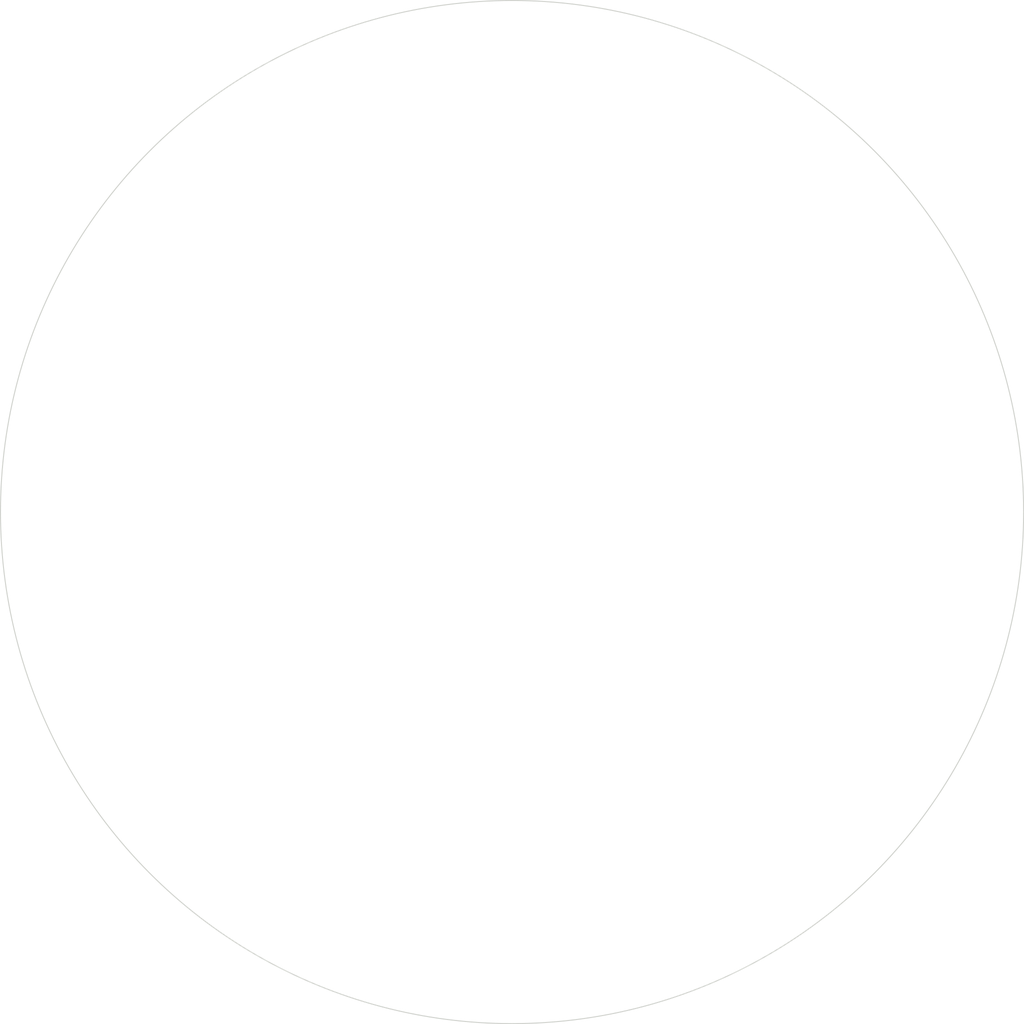
<source format=kicad_pcb>
(kicad_pcb
	(version 20240108)
	(generator "pcbnew")
	(generator_version "8.0")
	(general
		(thickness 1.6)
		(legacy_teardrops no)
	)
	(paper "A4")
	(layers
		(0 "F.Cu" signal)
		(31 "B.Cu" signal)
		(32 "B.Adhes" user "B.Adhesive")
		(33 "F.Adhes" user "F.Adhesive")
		(34 "B.Paste" user)
		(35 "F.Paste" user)
		(36 "B.SilkS" user "B.Silkscreen")
		(37 "F.SilkS" user "F.Silkscreen")
		(38 "B.Mask" user)
		(39 "F.Mask" user)
		(40 "Dwgs.User" user "User.Drawings")
		(41 "Cmts.User" user "User.Comments")
		(42 "Eco1.User" user "User.Eco1")
		(43 "Eco2.User" user "User.Eco2")
		(44 "Edge.Cuts" user)
		(45 "Margin" user)
		(46 "B.CrtYd" user "B.Courtyard")
		(47 "F.CrtYd" user "F.Courtyard")
		(48 "B.Fab" user)
		(49 "F.Fab" user)
		(50 "User.1" user)
		(51 "User.2" user)
		(52 "User.3" user)
		(53 "User.4" user)
		(54 "User.5" user)
		(55 "User.6" user)
		(56 "User.7" user)
		(57 "User.8" user)
		(58 "User.9" user)
	)
	(setup
		(pad_to_mask_clearance 0)
		(allow_soldermask_bridges_in_footprints no)
		(pcbplotparams
			(layerselection 0x00010fc_ffffffff)
			(plot_on_all_layers_selection 0x0000000_00000000)
			(disableapertmacros no)
			(usegerberextensions no)
			(usegerberattributes yes)
			(usegerberadvancedattributes yes)
			(creategerberjobfile yes)
			(dashed_line_dash_ratio 12.000000)
			(dashed_line_gap_ratio 3.000000)
			(svgprecision 4)
			(plotframeref no)
			(viasonmask no)
			(mode 1)
			(useauxorigin no)
			(hpglpennumber 1)
			(hpglpenspeed 20)
			(hpglpendiameter 15.000000)
			(pdf_front_fp_property_popups yes)
			(pdf_back_fp_property_popups yes)
			(dxfpolygonmode yes)
			(dxfimperialunits yes)
			(dxfusepcbnewfont yes)
			(psnegative no)
			(psa4output no)
			(plotreference yes)
			(plotvalue yes)
			(plotfptext yes)
			(plotinvisibletext no)
			(sketchpadsonfab no)
			(subtractmaskfromsilk no)
			(outputformat 1)
			(mirror no)
			(drillshape 1)
			(scaleselection 1)
			(outputdirectory "")
		)
	)
	(net 0 "")
	(gr_circle
		(center 150 100)
		(end 176 100)
		(stroke
			(width 0.05)
			(type default)
		)
		(fill none)
		(layer "Edge.Cuts")
		(uuid "81bf8404-bf98-41c9-a4f6-221c0d63c9b8")
	)
)

</source>
